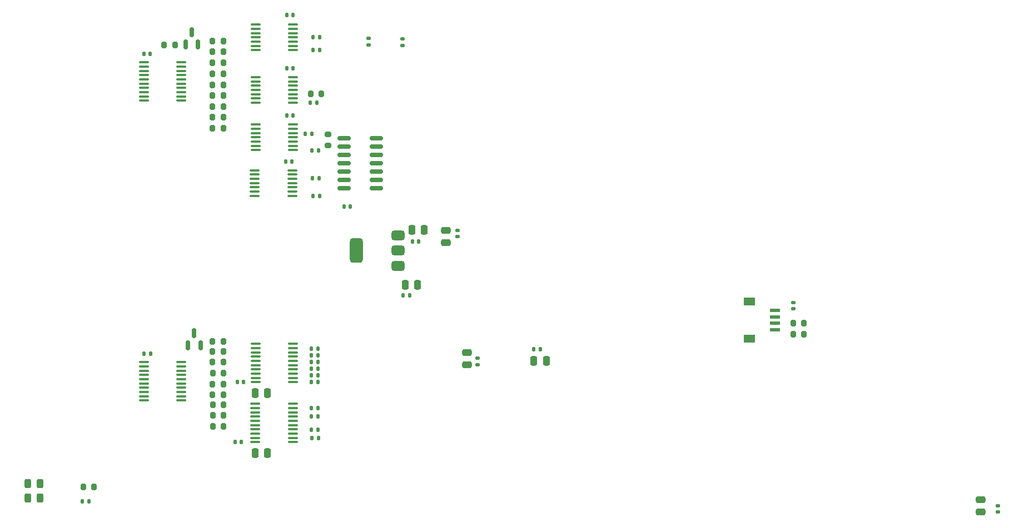
<source format=gbr>
%TF.GenerationSoftware,KiCad,Pcbnew,8.0.7*%
%TF.CreationDate,2024-12-24T20:08:54+01:00*%
%TF.ProjectId,Desktop_50_Pin_TopConn,4465736b-746f-4705-9f35-305f50696e5f,1.01*%
%TF.SameCoordinates,Original*%
%TF.FileFunction,Paste,Top*%
%TF.FilePolarity,Positive*%
%FSLAX46Y46*%
G04 Gerber Fmt 4.6, Leading zero omitted, Abs format (unit mm)*
G04 Created by KiCad (PCBNEW 8.0.7) date 2024-12-24 20:08:54*
%MOMM*%
%LPD*%
G01*
G04 APERTURE LIST*
G04 Aperture macros list*
%AMRoundRect*
0 Rectangle with rounded corners*
0 $1 Rounding radius*
0 $2 $3 $4 $5 $6 $7 $8 $9 X,Y pos of 4 corners*
0 Add a 4 corners polygon primitive as box body*
4,1,4,$2,$3,$4,$5,$6,$7,$8,$9,$2,$3,0*
0 Add four circle primitives for the rounded corners*
1,1,$1+$1,$2,$3*
1,1,$1+$1,$4,$5*
1,1,$1+$1,$6,$7*
1,1,$1+$1,$8,$9*
0 Add four rect primitives between the rounded corners*
20,1,$1+$1,$2,$3,$4,$5,0*
20,1,$1+$1,$4,$5,$6,$7,0*
20,1,$1+$1,$6,$7,$8,$9,0*
20,1,$1+$1,$8,$9,$2,$3,0*%
G04 Aperture macros list end*
%ADD10RoundRect,0.250000X-0.475000X0.250000X-0.475000X-0.250000X0.475000X-0.250000X0.475000X0.250000X0*%
%ADD11RoundRect,0.250000X-0.250000X-0.475000X0.250000X-0.475000X0.250000X0.475000X-0.250000X0.475000X0*%
%ADD12RoundRect,0.375000X0.625000X0.375000X-0.625000X0.375000X-0.625000X-0.375000X0.625000X-0.375000X0*%
%ADD13RoundRect,0.500000X0.500000X1.400000X-0.500000X1.400000X-0.500000X-1.400000X0.500000X-1.400000X0*%
%ADD14RoundRect,0.140000X-0.140000X-0.170000X0.140000X-0.170000X0.140000X0.170000X-0.140000X0.170000X0*%
%ADD15RoundRect,0.140000X-0.170000X0.140000X-0.170000X-0.140000X0.170000X-0.140000X0.170000X0.140000X0*%
%ADD16RoundRect,0.135000X0.135000X0.185000X-0.135000X0.185000X-0.135000X-0.185000X0.135000X-0.185000X0*%
%ADD17RoundRect,0.200000X0.200000X0.275000X-0.200000X0.275000X-0.200000X-0.275000X0.200000X-0.275000X0*%
%ADD18RoundRect,0.150000X0.150000X-0.587500X0.150000X0.587500X-0.150000X0.587500X-0.150000X-0.587500X0*%
%ADD19RoundRect,0.200000X-0.200000X-0.275000X0.200000X-0.275000X0.200000X0.275000X-0.200000X0.275000X0*%
%ADD20RoundRect,0.135000X-0.135000X-0.185000X0.135000X-0.185000X0.135000X0.185000X-0.135000X0.185000X0*%
%ADD21RoundRect,0.100000X-0.637500X-0.100000X0.637500X-0.100000X0.637500X0.100000X-0.637500X0.100000X0*%
%ADD22RoundRect,0.140000X0.140000X0.170000X-0.140000X0.170000X-0.140000X-0.170000X0.140000X-0.170000X0*%
%ADD23RoundRect,0.100000X0.637500X0.100000X-0.637500X0.100000X-0.637500X-0.100000X0.637500X-0.100000X0*%
%ADD24RoundRect,0.135000X0.185000X-0.135000X0.185000X0.135000X-0.185000X0.135000X-0.185000X-0.135000X0*%
%ADD25RoundRect,0.243750X-0.243750X-0.456250X0.243750X-0.456250X0.243750X0.456250X-0.243750X0.456250X0*%
%ADD26RoundRect,0.250000X0.475000X-0.250000X0.475000X0.250000X-0.475000X0.250000X-0.475000X-0.250000X0*%
%ADD27RoundRect,0.150000X0.825000X0.150000X-0.825000X0.150000X-0.825000X-0.150000X0.825000X-0.150000X0*%
%ADD28RoundRect,0.200000X0.275000X-0.200000X0.275000X0.200000X-0.275000X0.200000X-0.275000X-0.200000X0*%
%ADD29R,1.550000X0.600000*%
%ADD30R,1.800000X1.200000*%
G04 APERTURE END LIST*
D10*
%TO.C,C3*%
X46050000Y-39771000D03*
X46050000Y-41671000D03*
%TD*%
D11*
%TO.C,C4*%
X39898000Y-48087000D03*
X41798000Y-48087000D03*
%TD*%
D12*
%TO.C,U3*%
X38786000Y-45180000D03*
X38786000Y-42880000D03*
D13*
X32486000Y-42880000D03*
D12*
X38786000Y-40580000D03*
%TD*%
D14*
%TO.C,C1*%
X30556000Y-36149000D03*
X31516000Y-36149000D03*
%TD*%
D15*
%TO.C,C2*%
X47828000Y-39761000D03*
X47828000Y-40721000D03*
%TD*%
D14*
%TO.C,C5*%
X39573000Y-49738000D03*
X40533000Y-49738000D03*
%TD*%
D11*
%TO.C,C12*%
X59476400Y-59669400D03*
X61376400Y-59669400D03*
%TD*%
D16*
%TO.C,R42*%
X26648400Y-71455000D03*
X25628400Y-71455000D03*
%TD*%
D17*
%TO.C,R56*%
X-7506400Y-78948000D03*
X-9156400Y-78948000D03*
%TD*%
D16*
%TO.C,R66*%
X26417800Y-20324800D03*
X25397800Y-20324800D03*
%TD*%
%TO.C,R30*%
X-8304000Y-81081600D03*
X-9324000Y-81081600D03*
%TD*%
D18*
%TO.C,Q1*%
X6441200Y-11430200D03*
X8341200Y-11430200D03*
X7391200Y-9555200D03*
%TD*%
D19*
%TO.C,R39*%
X10554300Y-64848600D03*
X12204300Y-64848600D03*
%TD*%
D14*
%TO.C,C17*%
X132000Y-58628000D03*
X1092000Y-58628000D03*
%TD*%
D16*
%TO.C,R16*%
X26623000Y-61930000D03*
X25603000Y-61930000D03*
%TD*%
D19*
%TO.C,R4*%
X10554000Y-20909000D03*
X12204000Y-20909000D03*
%TD*%
D15*
%TO.C,C16*%
X130124000Y-81798000D03*
X130124000Y-82758000D03*
%TD*%
D19*
%TO.C,R24*%
X98963741Y-53952345D03*
X100613741Y-53952345D03*
%TD*%
D20*
%TO.C,R67*%
X25751400Y-31856400D03*
X26771400Y-31856400D03*
%TD*%
D19*
%TO.C,R33*%
X10554300Y-59844800D03*
X12204300Y-59844800D03*
%TD*%
D21*
%TO.C,U5*%
X76000Y-14170000D03*
X76000Y-14820000D03*
X76000Y-15470000D03*
X76000Y-16120000D03*
X76000Y-16770000D03*
X76000Y-17420000D03*
X76000Y-18070000D03*
X76000Y-18720000D03*
X76000Y-19370000D03*
X76000Y-20020000D03*
X5801000Y-20020000D03*
X5801000Y-19370000D03*
X5801000Y-18720000D03*
X5801000Y-18070000D03*
X5801000Y-17420000D03*
X5801000Y-16770000D03*
X5801000Y-16120000D03*
X5801000Y-15470000D03*
X5801000Y-14820000D03*
X5801000Y-14170000D03*
%TD*%
D19*
%TO.C,R36*%
X10558100Y-69700000D03*
X12208100Y-69700000D03*
%TD*%
%TO.C,R5*%
X10554000Y-19258000D03*
X12204000Y-19258000D03*
%TD*%
D21*
%TO.C,U14*%
X17094000Y-16419000D03*
X17094000Y-17069000D03*
X17094000Y-17719000D03*
X17094000Y-18369000D03*
X17094000Y-19019000D03*
X17094000Y-19669000D03*
X17094000Y-20319000D03*
X22819000Y-20319000D03*
X22819000Y-19669000D03*
X22819000Y-19019000D03*
X22819000Y-18369000D03*
X22819000Y-17719000D03*
X22819000Y-17069000D03*
X22819000Y-16419000D03*
%TD*%
D19*
%TO.C,R35*%
X10556200Y-56695200D03*
X12206200Y-56695200D03*
%TD*%
%TO.C,R1*%
X10558100Y-61521200D03*
X12208100Y-61521200D03*
%TD*%
D22*
%TO.C,C8*%
X14907000Y-72090000D03*
X13947000Y-72090000D03*
%TD*%
D19*
%TO.C,R38*%
X10558100Y-66423400D03*
X12208100Y-66423400D03*
%TD*%
D16*
%TO.C,R17*%
X26623000Y-66883000D03*
X25603000Y-66883000D03*
%TD*%
D19*
%TO.C,R9*%
X10554000Y-15956000D03*
X12204000Y-15956000D03*
%TD*%
D16*
%TO.C,R13*%
X26623000Y-58882000D03*
X25603000Y-58882000D03*
%TD*%
D19*
%TO.C,R40*%
X10552400Y-63248400D03*
X12202400Y-63248400D03*
%TD*%
D23*
%TO.C,U4*%
X22750500Y-72090000D03*
X22750500Y-71440000D03*
X22750500Y-70790000D03*
X22750500Y-70140000D03*
X22750500Y-69490000D03*
X22750500Y-68840000D03*
X22750500Y-68190000D03*
X22750500Y-67540000D03*
X22750500Y-66890000D03*
X22750500Y-66240000D03*
X17025500Y-66240000D03*
X17025500Y-66890000D03*
X17025500Y-67540000D03*
X17025500Y-68190000D03*
X17025500Y-68840000D03*
X17025500Y-69490000D03*
X17025500Y-70140000D03*
X17025500Y-70790000D03*
X17025500Y-71440000D03*
X17025500Y-72090000D03*
%TD*%
D16*
%TO.C,R18*%
X26623000Y-68153000D03*
X25603000Y-68153000D03*
%TD*%
D21*
%TO.C,U6*%
X76000Y-59890000D03*
X76000Y-60540000D03*
X76000Y-61190000D03*
X76000Y-61840000D03*
X76000Y-62490000D03*
X76000Y-63140000D03*
X76000Y-63790000D03*
X76000Y-64440000D03*
X76000Y-65090000D03*
X76000Y-65740000D03*
X5801000Y-65740000D03*
X5801000Y-65090000D03*
X5801000Y-64440000D03*
X5801000Y-63790000D03*
X5801000Y-63140000D03*
X5801000Y-62490000D03*
X5801000Y-61840000D03*
X5801000Y-61190000D03*
X5801000Y-60540000D03*
X5801000Y-59890000D03*
%TD*%
%TO.C,U13*%
X17094000Y-8418000D03*
X17094000Y-9068000D03*
X17094000Y-9718000D03*
X17094000Y-10368000D03*
X17094000Y-11018000D03*
X17094000Y-11668000D03*
X17094000Y-12318000D03*
X22819000Y-12318000D03*
X22819000Y-11668000D03*
X22819000Y-11018000D03*
X22819000Y-10368000D03*
X22819000Y-9718000D03*
X22819000Y-9068000D03*
X22819000Y-8418000D03*
%TD*%
D11*
%TO.C,C15*%
X17033000Y-64597000D03*
X18933000Y-64597000D03*
%TD*%
D14*
%TO.C,C19*%
X21869200Y-6913600D03*
X22829200Y-6913600D03*
%TD*%
D24*
%TO.C,R11*%
X34340600Y-11561800D03*
X34340600Y-10541800D03*
%TD*%
D14*
%TO.C,C14*%
X21671200Y-29265600D03*
X22631200Y-29265600D03*
%TD*%
D16*
%TO.C,R69*%
X26722600Y-27589200D03*
X25702600Y-27589200D03*
%TD*%
D21*
%TO.C,U16*%
X16967000Y-30613000D03*
X16967000Y-31263000D03*
X16967000Y-31913000D03*
X16967000Y-32563000D03*
X16967000Y-33213000D03*
X16967000Y-33863000D03*
X16967000Y-34513000D03*
X22692000Y-34513000D03*
X22692000Y-33863000D03*
X22692000Y-33213000D03*
X22692000Y-32563000D03*
X22692000Y-31913000D03*
X22692000Y-31263000D03*
X22692000Y-30613000D03*
%TD*%
D22*
%TO.C,C20*%
X41958000Y-41483000D03*
X40998000Y-41483000D03*
%TD*%
D18*
%TO.C,Q2*%
X6812000Y-57358000D03*
X8712000Y-57358000D03*
X7762000Y-55483000D03*
%TD*%
D19*
%TO.C,R3*%
X10554000Y-22560000D03*
X12204000Y-22560000D03*
%TD*%
D15*
%TO.C,C6*%
X50876000Y-59291000D03*
X50876000Y-60251000D03*
%TD*%
D16*
%TO.C,R15*%
X26623000Y-60914000D03*
X25603000Y-60914000D03*
%TD*%
D15*
%TO.C,C22*%
X98963741Y-50809245D03*
X98963741Y-51769245D03*
%TD*%
D19*
%TO.C,R22*%
X25489200Y-18978600D03*
X27139200Y-18978600D03*
%TD*%
%TO.C,R7*%
X10554000Y-12577800D03*
X12204000Y-12577800D03*
%TD*%
%TO.C,R8*%
X10554000Y-14254200D03*
X12204000Y-14254200D03*
%TD*%
%TO.C,R2*%
X10554000Y-24211000D03*
X12204000Y-24211000D03*
%TD*%
D14*
%TO.C,C18*%
X104000Y-12908000D03*
X1064000Y-12908000D03*
%TD*%
D16*
%TO.C,R12*%
X26621000Y-57866000D03*
X25601000Y-57866000D03*
%TD*%
D20*
%TO.C,R25*%
X25603000Y-62946000D03*
X26623000Y-62946000D03*
%TD*%
D16*
%TO.C,R19*%
X26623000Y-70185000D03*
X25603000Y-70185000D03*
%TD*%
D11*
%TO.C,C10*%
X17033000Y-73741000D03*
X18933000Y-73741000D03*
%TD*%
D21*
%TO.C,U15*%
X17094000Y-23658000D03*
X17094000Y-24308000D03*
X17094000Y-24958000D03*
X17094000Y-25608000D03*
X17094000Y-26258000D03*
X17094000Y-26908000D03*
X17094000Y-27558000D03*
X22819000Y-27558000D03*
X22819000Y-26908000D03*
X22819000Y-26258000D03*
X22819000Y-25608000D03*
X22819000Y-24958000D03*
X22819000Y-24308000D03*
X22819000Y-23658000D03*
%TD*%
D25*
%TO.C,D4*%
X-17625500Y-78440000D03*
X-15750500Y-78440000D03*
%TD*%
D14*
%TO.C,C9*%
X21823600Y-15041600D03*
X22783600Y-15041600D03*
%TD*%
D16*
%TO.C,R68*%
X26824200Y-12323800D03*
X25804200Y-12323800D03*
%TD*%
D19*
%TO.C,R10*%
X10554000Y-17607000D03*
X12204000Y-17607000D03*
%TD*%
%TO.C,R34*%
X10556200Y-58244600D03*
X12206200Y-58244600D03*
%TD*%
D25*
%TO.C,D3*%
X-17625500Y-80599000D03*
X-15750500Y-80599000D03*
%TD*%
D20*
%TO.C,R65*%
X25804200Y-10368000D03*
X26824200Y-10368000D03*
%TD*%
D19*
%TO.C,R37*%
X10558100Y-68023600D03*
X12208100Y-68023600D03*
%TD*%
D26*
%TO.C,C7*%
X49275000Y-60284000D03*
X49275000Y-58384000D03*
%TD*%
D17*
%TO.C,R41*%
X4824800Y-11511000D03*
X3174800Y-11511000D03*
%TD*%
D14*
%TO.C,C24*%
X59491800Y-57916800D03*
X60451800Y-57916800D03*
%TD*%
D27*
%TO.C,U8*%
X35506000Y-33355000D03*
X35506000Y-32085000D03*
X35506000Y-30815000D03*
X35506000Y-29545000D03*
X35506000Y-28275000D03*
X35506000Y-27005000D03*
X35506000Y-25735000D03*
X30556000Y-25735000D03*
X30556000Y-27005000D03*
X30556000Y-28275000D03*
X30556000Y-29545000D03*
X30556000Y-30815000D03*
X30556000Y-32085000D03*
X30556000Y-33355000D03*
%TD*%
D28*
%TO.C,R23*%
X28117600Y-26814000D03*
X28117600Y-25164000D03*
%TD*%
D29*
%TO.C,J6*%
X96213941Y-51969745D03*
X96213941Y-52969745D03*
X96213941Y-53969745D03*
X96213941Y-54969745D03*
D30*
X92338941Y-50669745D03*
X92338941Y-56269745D03*
%TD*%
D17*
%TO.C,R26*%
X100613741Y-55654145D03*
X98963741Y-55654145D03*
%TD*%
D20*
%TO.C,R29*%
X25855000Y-34523400D03*
X26875000Y-34523400D03*
%TD*%
D16*
%TO.C,R14*%
X26621000Y-59898000D03*
X25601000Y-59898000D03*
%TD*%
D23*
%TO.C,U9*%
X22819000Y-62946000D03*
X22819000Y-62296000D03*
X22819000Y-61646000D03*
X22819000Y-60996000D03*
X22819000Y-60346000D03*
X22819000Y-59696000D03*
X22819000Y-59046000D03*
X22819000Y-58396000D03*
X22819000Y-57746000D03*
X22819000Y-57096000D03*
X17094000Y-57096000D03*
X17094000Y-57746000D03*
X17094000Y-58396000D03*
X17094000Y-59046000D03*
X17094000Y-59696000D03*
X17094000Y-60346000D03*
X17094000Y-60996000D03*
X17094000Y-61646000D03*
X17094000Y-62296000D03*
X17094000Y-62946000D03*
%TD*%
D19*
%TO.C,R6*%
X10556200Y-10901400D03*
X12206200Y-10901400D03*
%TD*%
D24*
%TO.C,R28*%
X39446000Y-11638000D03*
X39446000Y-10618000D03*
%TD*%
D16*
%TO.C,R61*%
X25683200Y-25100000D03*
X24663200Y-25100000D03*
%TD*%
D22*
%TO.C,C11*%
X15288000Y-62946000D03*
X14328000Y-62946000D03*
%TD*%
D11*
%TO.C,C21*%
X40909000Y-39705000D03*
X42809000Y-39705000D03*
%TD*%
D14*
%TO.C,C13*%
X21846400Y-22255200D03*
X22806400Y-22255200D03*
%TD*%
D26*
%TO.C,C23*%
X127507000Y-82763000D03*
X127507000Y-80863000D03*
%TD*%
M02*

</source>
